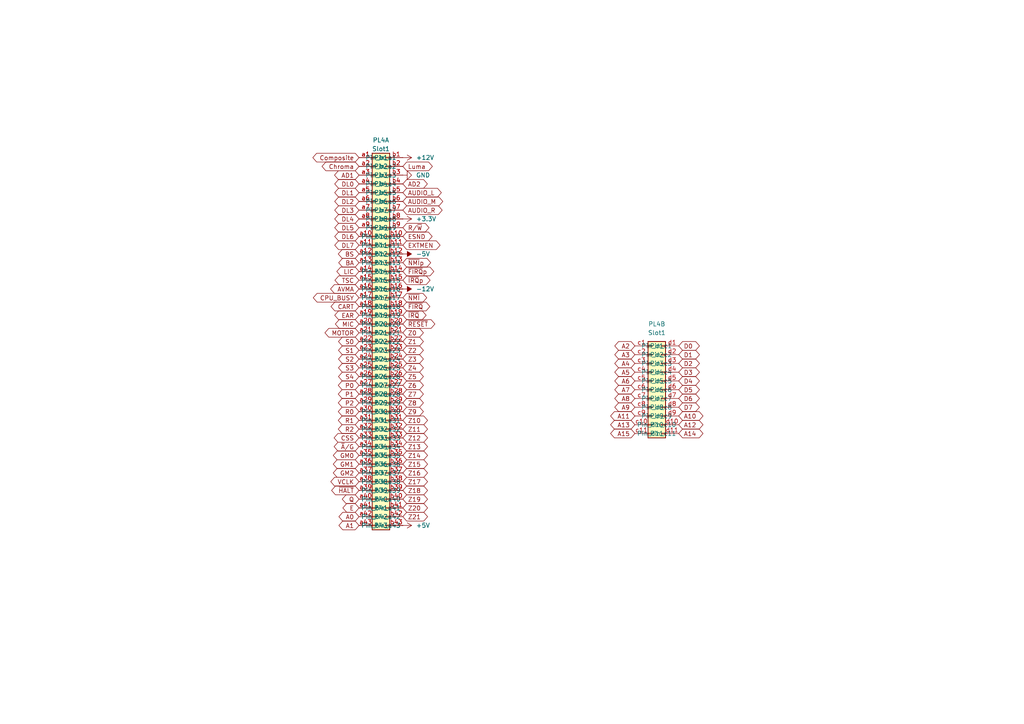
<source format=kicad_sch>
(kicad_sch (version 20231120) (generator "eeschema") (generator_version "8.0")
  (paper "A4")
  (lib_symbols
    (symbol "Card_Edge_1"
      (property "Reference" "PL" (at 0 -0.254 0))
      (symbol "Card_Edge_1_1_1"
        (pin passive line (at -6.35 53.34 0) (length 3.81) (name "Pin_a1") (number "a1"))
        (pin passive line (at -6.35 30.48 0) (length 3.81) (name "Pin_a10") (number "a10"))
        (pin passive line (at -6.35 27.94 0) (length 3.81) (name "Pin_a11") (number "a11"))
        (pin passive line (at -6.35 25.4 0) (length 3.81) (name "Pin_a12") (number "a12"))
        (pin passive line (at -6.35 22.86 0) (length 3.81) (name "Pin_a13") (number "a13"))
        (pin passive line (at -6.35 20.32 0) (length 3.81) (name "Pin_a14") (number "a14"))
        (pin passive line (at -6.35 17.78 0) (length 3.81) (name "Pin_a15") (number "a15"))
        (pin passive line (at -6.35 15.24 0) (length 3.81) (name "Pin_a16") (number "a16"))
        (pin passive line (at -6.35 12.7 0) (length 3.81) (name "Pin_a17") (number "a17"))
        (pin passive line (at -6.35 10.16 0) (length 3.81) (name "Pin_a18") (number "a18"))
        (pin passive line (at -6.35 7.62 0) (length 3.81) (name "Pin_a19") (number "a19"))
        (pin passive line (at -6.35 50.8 0) (length 3.81) (name "Pin_a2") (number "a2"))
        (pin passive line (at -6.35 5.08 0) (length 3.81) (name "Pin_a20") (number "a20"))
        (pin passive line (at -6.35 2.54 0) (length 3.81) (name "Pin_a21") (number "a21"))
        (pin passive line (at -6.35 0 0) (length 3.81) (name "Pin_a22") (number "a22"))
        (pin passive line (at -6.35 -2.54 0) (length 3.81) (name "Pin_a23") (number "a23"))
        (pin passive line (at -6.35 -5.08 0) (length 3.81) (name "Pin_a24") (number "a24"))
        (pin passive line (at -6.35 -7.62 0) (length 3.81) (name "Pin_a25") (number "a25"))
        (pin passive line (at -6.35 -10.16 0) (length 3.81) (name "Pin_a26") (number "a26"))
        (pin passive line (at -6.35 -12.7 0) (length 3.81) (name "Pin_a27") (number "a27"))
        (pin passive line (at -6.35 -15.24 0) (length 3.81) (name "Pin_a28") (number "a28"))
        (pin passive line (at -6.35 -17.78 0) (length 3.81) (name "Pin_a29") (number "a29"))
        (pin passive line (at -6.35 48.26 0) (length 3.81) (name "Pin_a3") (number "a3"))
        (pin passive line (at -6.35 -20.32 0) (length 3.81) (name "Pin_a30") (number "a30"))
        (pin passive line (at -6.35 -22.86 0) (length 3.81) (name "Pin_a31") (number "a31"))
        (pin passive line (at -6.35 -25.4 0) (length 3.81) (name "Pin_a32") (number "a32"))
        (pin passive line (at -6.35 -27.94 0) (length 3.81) (name "Pin_a33") (number "a33"))
        (pin passive line (at -6.35 -30.48 0) (length 3.81) (name "Pin_a34") (number "a34"))
        (pin passive line (at -6.35 -33.02 0) (length 3.81) (name "Pin_a35") (number "a35"))
        (pin passive line (at -6.35 -35.56 0) (length 3.81) (name "Pin_a36") (number "a36"))
        (pin passive line (at -6.35 -38.1 0) (length 3.81) (name "Pin_a37") (number "a37"))
        (pin passive line (at -6.35 -40.64 0) (length 3.81) (name "Pin_a38") (number "a38"))
        (pin passive line (at -6.35 -43.18 0) (length 3.81) (name "Pin_a39") (number "a39"))
        (pin passive line (at -6.35 45.72 0) (length 3.81) (name "Pin_a4") (number "a4"))
        (pin passive line (at -6.35 -45.72 0) (length 3.81) (name "Pin_a40") (number "a40"))
        (pin passive line (at -6.35 -48.26 0) (length 3.81) (name "Pin_a41") (number "a41"))
        (pin passive line (at -6.35 -50.8 0) (length 3.81) (name "Pin_a42") (number "a42"))
        (pin passive line (at -6.35 -53.34 0) (length 3.81) (name "Pin_a43") (number "a43"))
        (pin passive line (at -6.35 43.18 0) (length 3.81) (name "Pin_a5") (number "a5"))
        (pin passive line (at -6.35 40.64 0) (length 3.81) (name "Pin_a6") (number "a6"))
        (pin passive line (at -6.35 38.1 0) (length 3.81) (name "Pin_a7") (number "a7"))
        (pin passive line (at -6.35 35.56 0) (length 3.81) (name "Pin_a8") (number "a8"))
        (pin passive line (at -6.35 33.02 0) (length 3.81) (name "Pin_a9") (number "a9"))
        (pin passive line (at 6.35 53.34 180) (length 3.81) (name "Pin_b1") (number "b1"))
        (pin passive line (at 6.35 30.48 180) (length 3.81) (name "Pin_b10") (number "b10"))
        (pin passive line (at 6.35 27.94 180) (length 3.81) (name "Pin_b11") (number "b11"))
        (pin passive line (at 6.35 25.4 180) (length 3.81) (name "Pin_b12") (number "b12"))
        (pin passive line (at 6.35 22.86 180) (length 3.81) (name "Pin_b13") (number "b13"))
        (pin passive line (at 6.35 20.32 180) (length 3.81) (name "Pin_b14") (number "b14"))
        (pin passive line (at 6.35 17.78 180) (length 3.81) (name "Pin_b15") (number "b15"))
        (pin passive line (at 6.35 15.24 180) (length 3.81) (name "Pin_b16") (number "b16"))
        (pin passive line (at 6.35 12.7 180) (length 3.81) (name "Pin_b17") (number "b17"))
        (pin passive line (at 6.35 10.16 180) (length 3.81) (name "Pin_b18") (number "b18"))
        (pin passive line (at 6.35 7.62 180) (length 3.81) (name "Pin_b19") (number "b19"))
        (pin passive line (at 6.35 50.8 180) (length 3.81) (name "Pin_b2") (number "b2"))
        (pin passive line (at 6.35 5.08 180) (length 3.81) (name "Pin_b20") (number "b20"))
        (pin passive line (at 6.35 2.54 180) (length 3.81) (name "Pin_b21") (number "b21"))
        (pin passive line (at 6.35 0 180) (length 3.81) (name "Pin_b22") (number "b22"))
        (pin passive line (at 6.35 -2.54 180) (length 3.81) (name "Pin_b23") (number "b23"))
        (pin passive line (at 6.35 -5.08 180) (length 3.81) (name "Pin_b24") (number "b24"))
        (pin passive line (at 6.35 -7.62 180) (length 3.81) (name "Pin_b25") (number "b25"))
        (pin passive line (at 6.35 -10.16 180) (length 3.81) (name "Pin_b26") (number "b26"))
        (pin passive line (at 6.35 -12.7 180) (length 3.81) (name "Pin_b27") (number "b27"))
        (pin passive line (at 6.35 -15.24 180) (length 3.81) (name "Pin_b28") (number "b28"))
        (pin passive line (at 6.35 -17.78 180) (length 3.81) (name "Pin_b29") (number "b29"))
        (pin passive line (at 6.35 48.26 180) (length 3.81) (name "Pin_b3") (number "b3"))
        (pin passive line (at 6.35 -20.32 180) (length 3.81) (name "Pin_b30") (number "b30"))
        (pin passive line (at 6.35 -22.86 180) (length 3.81) (name "Pin_b31") (number "b31"))
        (pin passive line (at 6.35 -25.4 180) (length 3.81) (name "Pin_b32") (number "b32"))
        (pin passive line (at 6.35 -27.94 180) (length 3.81) (name "Pin_b33") (number "b33"))
        (pin passive line (at 6.35 -30.48 180) (length 3.81) (name "Pin_b34") (number "b34"))
        (pin passive line (at 6.35 -33.02 180) (length 3.81) (name "Pin_b35") (number "b35"))
        (pin passive line (at 6.35 -35.56 180) (length 3.81) (name "Pin_b36") (number "b36"))
        (pin passive line (at 6.35 -38.1 180) (length 3.81) (name "Pin_b37") (number "b37"))
        (pin passive line (at 6.35 -40.64 180) (length 3.81) (name "Pin_b38") (number "b38"))
        (pin passive line (at 6.35 -43.18 180) (length 3.81) (name "Pin_b39") (number "b39"))
        (pin passive line (at 6.35 45.72 180) (length 3.81) (name "Pin_b4") (number "b4"))
        (pin passive line (at 6.35 -45.72 180) (length 3.81) (name "Pin_b40") (number "b40"))
        (pin passive line (at 6.35 -48.26 180) (length 3.81) (name "Pin_b41") (number "b41"))
        (pin passive line (at 6.35 -50.8 180) (length 3.81) (name "Pin_b42") (number "b42"))
        (pin passive line (at 6.35 -53.34 180) (length 3.81) (name "Pin_b43") (number "b43"))
        (pin passive line (at 6.35 43.18 180) (length 3.81) (name "Pin_b5") (number "b5"))
        (pin passive line (at 6.35 40.64 180) (length 3.81) (name "Pin_b6") (number "b6"))
        (pin passive line (at 6.35 38.1 180) (length 3.81) (name "Pin_b7") (number "b7"))
        (pin passive line (at 6.35 35.56 180) (length 3.81) (name "Pin_b8") (number "b8"))
        (pin passive line (at 6.35 33.02 180) (length 3.81) (name "Pin_b9") (number "b9"))
      )
      (symbol "Card_Edge_1_2_1"
        (pin passive line (at -6.35 12.7 0) (length 3.81) (name "Pin_c1") (number "c1"))
        (pin passive line (at -6.35 -10.16 0) (length 3.81) (name "Pin_c10") (number "c10"))
        (pin passive line (at -6.35 -12.7 0) (length 3.81) (name "Pin_c11") (number "c11"))
        (pin passive line (at -6.35 10.16 0) (length 3.81) (name "Pin_c2") (number "c2"))
        (pin passive line (at -6.35 7.62 0) (length 3.81) (name "Pin_c3") (number "c3"))
        (pin passive line (at -6.35 5.08 0) (length 3.81) (name "Pin_c4") (number "c4"))
        (pin passive line (at -6.35 2.54 0) (length 3.81) (name "Pin_c5") (number "c5"))
        (pin passive line (at -6.35 0 0) (length 3.81) (name "Pin_c6") (number "c6"))
        (pin passive line (at -6.35 -2.54 0) (length 3.81) (name "Pin_c7") (number "c7"))
        (pin passive line (at -6.35 -5.08 0) (length 3.81) (name "Pin_c8") (number "c8"))
        (pin passive line (at -6.35 -7.62 0) (length 3.81) (name "Pin_c9") (number "c9"))
        (pin passive line (at 6.35 12.7 180) (length 3.81) (name "Pin_d1") (number "d1"))
        (pin passive line (at 6.35 -10.16 180) (length 3.81) (name "Pin_d10") (number "d10"))
        (pin passive line (at 6.35 -12.7 180) (length 3.81) (name "Pin_d11") (number "d11"))
        (pin passive line (at 6.35 10.16 180) (length 3.81) (name "Pin_d2") (number "d2"))
        (pin passive line (at 6.35 7.62 180) (length 3.81) (name "Pin_d3") (number "d3"))
        (pin passive line (at 6.35 5.08 180) (length 3.81) (name "Pin_d4") (number "d4"))
        (pin passive line (at 6.35 2.54 180) (length 3.81) (name "Pin_d5") (number "d5"))
        (pin passive line (at 6.35 0 180) (length 3.81) (name "Pin_d6") (number "d6"))
        (pin passive line (at 6.35 -2.54 180) (length 3.81) (name "Pin_d7") (number "d7"))
        (pin passive line (at 6.35 -5.08 180) (length 3.81) (name "Pin_d8") (number "d8"))
        (pin passive line (at 6.35 -7.62 180) (length 3.81) (name "Pin_d9") (number "d9"))
      )
    )
    (symbol "Library:Card_Edge"
      (property "Reference" "PL" (at 0 -0.254 0))
      (symbol "Card_Edge_1_1"
        (pin passive line (at -6.35 53.34 0) (length 3.81) (name "Pin_a1") (number "a1"))
        (pin passive line (at -6.35 30.48 0) (length 3.81) (name "Pin_a10") (number "a10"))
        (pin passive line (at -6.35 27.94 0) (length 3.81) (name "Pin_a11") (number "a11"))
        (pin passive line (at -6.35 25.4 0) (length 3.81) (name "Pin_a12") (number "a12"))
        (pin passive line (at -6.35 22.86 0) (length 3.81) (name "Pin_a13") (number "a13"))
        (pin passive line (at -6.35 20.32 0) (length 3.81) (name "Pin_a14") (number "a14"))
        (pin passive line (at -6.35 17.78 0) (length 3.81) (name "Pin_a15") (number "a15"))
        (pin passive line (at -6.35 15.24 0) (length 3.81) (name "Pin_a16") (number "a16"))
        (pin passive line (at -6.35 12.7 0) (length 3.81) (name "Pin_a17") (number "a17"))
        (pin passive line (at -6.35 10.16 0) (length 3.81) (name "Pin_a18") (number "a18"))
        (pin passive line (at -6.35 7.62 0) (length 3.81) (name "Pin_a19") (number "a19"))
        (pin passive line (at -6.35 50.8 0) (length 3.81) (name "Pin_a2") (number "a2"))
        (pin passive line (at -6.35 5.08 0) (length 3.81) (name "Pin_a20") (number "a20"))
        (pin passive line (at -6.35 2.54 0) (length 3.81) (name "Pin_a21") (number "a21"))
        (pin passive line (at -6.35 0 0) (length 3.81) (name "Pin_a22") (number "a22"))
        (pin passive line (at -6.35 -2.54 0) (length 3.81) (name "Pin_a23") (number "a23"))
        (pin passive line (at -6.35 -5.08 0) (length 3.81) (name "Pin_a24") (number "a24"))
        (pin passive line (at -6.35 -7.62 0) (length 3.81) (name "Pin_a25") (number "a25"))
        (pin passive line (at -6.35 -10.16 0) (length 3.81) (name "Pin_a26") (number "a26"))
        (pin passive line (at -6.35 -12.7 0) (length 3.81) (name "Pin_a27") (number "a27"))
        (pin passive line (at -6.35 -15.24 0) (length 3.81) (name "Pin_a28") (number "a28"))
        (pin passive line (at -6.35 -17.78 0) (length 3.81) (name "Pin_a29") (number "a29"))
        (pin passive line (at -6.35 48.26 0) (length 3.81) (name "Pin_a3") (number "a3"))
        (pin passive line (at -6.35 -20.32 0) (length 3.81) (name "Pin_a30") (number "a30"))
        (pin passive line (at -6.35 -22.86 0) (length 3.81) (name "Pin_a31") (number "a31"))
        (pin passive line (at -6.35 -25.4 0) (length 3.81) (name "Pin_a32") (number "a32"))
        (pin passive line (at -6.35 -27.94 0) (length 3.81) (name "Pin_a33") (number "a33"))
        (pin passive line (at -6.35 -30.48 0) (length 3.81) (name "Pin_a34") (number "a34"))
        (pin passive line (at -6.35 -33.02 0) (length 3.81) (name "Pin_a35") (number "a35"))
        (pin passive line (at -6.35 -35.56 0) (length 3.81) (name "Pin_a36") (number "a36"))
        (pin passive line (at -6.35 -38.1 0) (length 3.81) (name "Pin_a37") (number "a37"))
        (pin passive line (at -6.35 -40.64 0) (length 3.81) (name "Pin_a38") (number "a38"))
        (pin passive line (at -6.35 -43.18 0) (length 3.81) (name "Pin_a39") (number "a39"))
        (pin passive line (at -6.35 45.72 0) (length 3.81) (name "Pin_a4") (number "a4"))
        (pin passive line (at -6.35 -45.72 0) (length 3.81) (name "Pin_a40") (number "a40"))
        (pin passive line (at -6.35 -48.26 0) (length 3.81) (name "Pin_a41") (number "a41"))
        (pin passive line (at -6.35 -50.8 0) (length 3.81) (name "Pin_a42") (number "a42"))
        (pin passive line (at -6.35 -53.34 0) (length 3.81) (name "Pin_a43") (number "a43"))
        (pin passive line (at -6.35 43.18 0) (length 3.81) (name "Pin_a5") (number "a5"))
        (pin passive line (at -6.35 40.64 0) (length 3.81) (name "Pin_a6") (number "a6"))
        (pin passive line (at -6.35 38.1 0) (length 3.81) (name "Pin_a7") (number "a7"))
        (pin passive line (at -6.35 35.56 0) (length 3.81) (name "Pin_a8") (number "a8"))
        (pin passive line (at -6.35 33.02 0) (length 3.81) (name "Pin_a9") (number "a9"))
        (pin passive line (at 6.35 53.34 180) (length 3.81) (name "Pin_b1") (number "b1"))
        (pin passive line (at 6.35 30.48 180) (length 3.81) (name "Pin_b10") (number "b10"))
        (pin passive line (at 6.35 27.94 180) (length 3.81) (name "Pin_b11") (number "b11"))
        (pin passive line (at 6.35 25.4 180) (length 3.81) (name "Pin_b12") (number "b12"))
        (pin passive line (at 6.35 22.86 180) (length 3.81) (name "Pin_b13") (number "b13"))
        (pin passive line (at 6.35 20.32 180) (length 3.81) (name "Pin_b14") (number "b14"))
        (pin passive line (at 6.35 17.78 180) (length 3.81) (name "Pin_b15") (number "b15"))
        (pin passive line (at 6.35 15.24 180) (length 3.81) (name "Pin_b16") (number "b16"))
        (pin passive line (at 6.35 12.7 180) (length 3.81) (name "Pin_b17") (number "b17"))
        (pin passive line (at 6.35 10.16 180) (length 3.81) (name "Pin_b18") (number "b18"))
        (pin passive line (at 6.35 7.62 180) (length 3.81) (name "Pin_b19") (number "b19"))
        (pin passive line (at 6.35 50.8 180) (length 3.81) (name "Pin_b2") (number "b2"))
        (pin passive line (at 6.35 5.08 180) (length 3.81) (name "Pin_b20") (number "b20"))
        (pin passive line (at 6.35 2.54 180) (length 3.81) (name "Pin_b21") (number "b21"))
        (pin passive line (at 6.35 0 180) (length 3.81) (name "Pin_b22") (number "b22"))
        (pin passive line (at 6.35 -2.54 180) (length 3.81) (name "Pin_b23") (number "b23"))
        (pin passive line (at 6.35 -5.08 180) (length 3.81) (name "Pin_b24") (number "b24"))
        (pin passive line (at 6.35 -7.62 180) (length 3.81) (name "Pin_b25") (number "b25"))
        (pin passive line (at 6.35 -10.16 180) (length 3.81) (name "Pin_b26") (number "b26"))
        (pin passive line (at 6.35 -12.7 180) (length 3.81) (name "Pin_b27") (number "b27"))
        (pin passive line (at 6.35 -15.24 180) (length 3.81) (name "Pin_b28") (number "b28"))
        (pin passive line (at 6.35 -17.78 180) (length 3.81) (name "Pin_b29") (number "b29"))
        (pin passive line (at 6.35 48.26 180) (length 3.81) (name "Pin_b3") (number "b3"))
        (pin passive line (at 6.35 -20.32 180) (length 3.81) (name "Pin_b30") (number "b30"))
        (pin passive line (at 6.35 -22.86 180) (length 3.81) (name "Pin_b31") (number "b31"))
        (pin passive line (at 6.35 -25.4 180) (length 3.81) (name "Pin_b32") (number "b32"))
        (pin passive line (at 6.35 -27.94 180) (length 3.81) (name "Pin_b33") (number "b33"))
        (pin passive line (at 6.35 -30.48 180) (length 3.81) (name "Pin_b34") (number "b34"))
        (pin passive line (at 6.35 -33.02 180) (length 3.81) (name "Pin_b35") (number "b35"))
        (pin passive line (at 6.35 -35.56 180) (length 3.81) (name "Pin_b36") (number "b36"))
        (pin passive line (at 6.35 -38.1 180) (length 3.81) (name "Pin_b37") (number "b37"))
        (pin passive line (at 6.35 -40.64 180) (length 3.81) (name "Pin_b38") (number "b38"))
        (pin passive line (at 6.35 -43.18 180) (length 3.81) (name "Pin_b39") (number "b39"))
        (pin passive line (at 6.35 45.72 180) (length 3.81) (name "Pin_b4") (number "b4"))
        (pin passive line (at 6.35 -45.72 180) (length 3.81) (name "Pin_b40") (number "b40"))
        (pin passive line (at 6.35 -48.26 180) (length 3.81) (name "Pin_b41") (number "b41"))
        (pin passive line (at 6.35 -50.8 180) (length 3.81) (name "Pin_b42") (number "b42"))
        (pin passive line (at 6.35 -53.34 180) (length 3.81) (name "Pin_b43") (number "b43"))
        (pin passive line (at 6.35 43.18 180) (length 3.81) (name "Pin_b5") (number "b5"))
        (pin passive line (at 6.35 40.64 180) (length 3.81) (name "Pin_b6") (number "b6"))
        (pin passive line (at 6.35 38.1 180) (length 3.81) (name "Pin_b7") (number "b7"))
        (pin passive line (at 6.35 35.56 180) (length 3.81) (name "Pin_b8") (number "b8"))
        (pin passive line (at 6.35 33.02 180) (length 3.81) (name "Pin_b9") (number "b9"))
      )
      (symbol "Card_Edge_2_1"
        (pin passive line (at -6.35 36.83 0) (length 3.81) (name "Pin_c1") (number "c1"))
        (pin passive line (at -6.35 13.97 0) (length 3.81) (name "Pin_c10") (number "c10"))
        (pin passive line (at -6.35 11.43 0) (length 3.81) (name "Pin_c11") (number "c11"))
        (pin passive line (at -6.35 8.89 0) (length 3.81) (name "Pin_c12") (number "c12"))
        (pin passive line (at -6.35 6.35 0) (length 3.81) (name "Pin_c13") (number "c13"))
        (pin passive line (at -6.35 3.81 0) (length 3.81) (name "Pin_c14") (number "c14"))
        (pin passive line (at -6.35 1.27 0) (length 3.81) (name "Pin_c15") (number "c15"))
        (pin passive line (at -6.35 -1.27 0) (length 3.81) (name "Pin_c16") (number "c16"))
        (pin passive line (at -6.35 -3.81 0) (length 3.81) (name "Pin_c17") (number "c17"))
        (pin passive line (at -6.35 -6.35 0) (length 3.81) (name "Pin_c18") (number "c18"))
        (pin passive line (at -6.35 -8.89 0) (length 3.81) (name "Pin_c19") (number "c19"))
        (pin passive line (at -6.35 34.29 0) (length 3.81) (name "Pin_c2") (number "c2"))
        (pin passive line (at -6.35 -11.43 0) (length 3.81) (name "Pin_c20") (number "c20"))
        (pin passive line (at -6.35 -13.97 0) (length 3.81) (name "Pin_c21") (number "c21"))
        (pin passive line (at -6.35 -16.51 0) (length 3.81) (name "Pin_c22") (number "c22"))
        (pin passive line (at -6.35 -19.05 0) (length 3.81) (name "Pin_c23") (number "c23"))
        (pin passive line (at -6.35 -21.59 0) (length 3.81) (name "Pin_c24") (number "c24"))
        (pin passive line (at -6.35 -24.13 0) (length 3.81) (name "Pin_c25") (number "c25"))
        (pin passive line (at -6.35 -26.67 0) (length 3.81) (name "Pin_c26") (number "c26"))
        (pin passive line (at -6.35 -29.21 0) (length 3.81) (name "Pin_c27") (number "c27"))
        (pin passive line (at -6.35 -31.75 0) (length 3.81) (name "Pin_c28") (number "c28"))
        (pin passive line (at -6.35 -34.29 0) (length 3.81) (name "Pin_c29") (number "c29"))
        (pin passive line (at -6.35 31.75 0) (length 3.81) (name "Pin_c3") (number "c3"))
        (pin passive line (at -6.35 -36.83 0) (length 3.81) (name "Pin_c30") (number "c30"))
        (pin passive line (at -6.35 29.21 0) (length 3.81) (name "Pin_c4") (number "c4"))
        (pin passive line (at -6.35 26.67 0) (length 3.81) (name "Pin_c5") (number "c5"))
        (pin passive line (at -6.35 24.13 0) (length 3.81) (name "Pin_c6") (number "c6"))
        (pin passive line (at -6.35 21.59 0) (length 3.81) (name "Pin_c7") (number "c7"))
        (pin passive line (at -6.35 19.05 0) (length 3.81) (name "Pin_c8") (number "c8"))
        (pin passive line (at -6.35 16.51 0) (length 3.81) (name "Pin_c9") (number "c9"))
        (pin passive line (at 6.35 36.83 180) (length 3.81) (name "Pin_d1") (number "d1"))
        (pin passive line (at 6.35 13.97 180) (length 3.81) (name "Pin_d10") (number "d10"))
        (pin passive line (at 6.35 11.43 180) (length 3.81) (name "Pin_d11") (number "d11"))
        (pin passive line (at 6.35 8.89 180) (length 3.81) (name "Pin_d12") (number "d12"))
        (pin passive line (at 6.35 6.35 180) (length 3.81) (name "Pin_d13") (number "d13"))
        (pin passive line (at 6.35 3.81 180) (length 3.81) (name "Pin_d14") (number "d14"))
        (pin passive line (at 6.35 1.27 180) (length 3.81) (name "Pin_d15") (number "d15"))
        (pin passive line (at 6.35 -1.27 180) (length 3.81) (name "Pin_d16") (number "d16"))
        (pin passive line (at 6.35 -3.81 180) (length 3.81) (name "Pin_d17") (number "d17"))
        (pin passive line (at 6.35 -6.35 180) (length 3.81) (name "Pin_d18") (number "d18"))
        (pin passive line (at 6.35 -8.89 180) (length 3.81) (name "Pin_d19") (number "d19"))
        (pin passive line (at 6.35 34.29 180) (length 3.81) (name "Pin_d2") (number "d2"))
        (pin passive line (at 6.35 -11.43 180) (length 3.81) (name "Pin_d20") (number "d20"))
        (pin passive line (at 6.35 -13.97 180) (length 3.81) (name "Pin_d21") (number "d21"))
        (pin passive line (at 6.35 -16.51 180) (length 3.81) (name "Pin_d22") (number "d22"))
        (pin passive line (at 6.35 -19.05 180) (length 3.81) (name "Pin_d23") (number "d23"))
        (pin passive line (at 6.35 -21.59 180) (length 3.81) (name "Pin_d24") (number "d24"))
        (pin passive line (at 6.35 -24.13 180) (length 3.81) (name "Pin_d25") (number "d25"))
        (pin passive line (at 6.35 -26.67 180) (length 3.81) (name "Pin_d26") (number "d26"))
        (pin passive line (at 6.35 -29.21 180) (length 3.81) (name "Pin_d27") (number "d27"))
        (pin passive line (at 6.35 -31.75 180) (length 3.81) (name "Pin_d28") (number "d28"))
        (pin passive line (at 6.35 -34.29 180) (length 3.81) (name "Pin_d29") (number "d29"))
        (pin passive line (at 6.35 31.75 180) (length 3.81) (name "Pin_d3") (number "d3"))
        (pin passive line (at 6.35 -36.83 180) (length 3.81) (name "Pin_d30") (number "d30"))
        (pin passive line (at 6.35 29.21 180) (length 3.81) (name "Pin_d4") (number "d4"))
        (pin passive line (at 6.35 26.67 180) (length 3.81) (name "Pin_d5") (number "d5"))
        (pin passive line (at 6.35 24.13 180) (length 3.81) (name "Pin_d6") (number "d6"))
        (pin passive line (at 6.35 21.59 180) (length 3.81) (name "Pin_d7") (number "d7"))
        (pin passive line (at 6.35 19.05 180) (length 3.81) (name "Pin_d8") (number "d8"))
        (pin passive line (at 6.35 16.51 180) (length 3.81) (name "Pin_d9") (number "d9"))
      )
    )
    (symbol "power:+12V" (power) (pin_numbers hide) (pin_names (offset 0) hide)
      (property "Value" "+12V" (at 0 3.556 0))
      (symbol "+12V_1_1"
        (pin power_in line (at 0 0 90) (length 0) (name "~") (number "1"))
      )
    )
    (symbol "power:+3.3V" (power) (pin_numbers hide) (pin_names (offset 0) hide)
      (property "Value" "+3.3V" (at 0 3.556 0))
      (symbol "+3.3V_1_1"
        (pin power_in line (at 0 0 90) (length 0) (name "~") (number "1"))
      )
    )
    (symbol "power:+5V" (power) (pin_numbers hide) (pin_names (offset 0) hide)
      (property "Value" "+5V" (at 0 3.556 0))
      (symbol "+5V_1_1"
        (pin power_in line (at 0 0 90) (length 0) (name "~") (number "1"))
      )
    )
    (symbol "power:-12V" (power) (pin_numbers hide) (pin_names (offset 0) hide)
      (property "Value" "-12V" (at 0 3.556 0))
      (symbol "-12V_0_0"
        (pin power_in line (at 0 0 90) (length 0) (name "~") (number "1"))
      )
    )
    (symbol "power:-5V" (power) (pin_numbers hide) (pin_names (offset 0) hide)
      (property "Value" "-5V" (at 0 3.556 0))
      (symbol "-5V_0_0"
        (pin power_in line (at 0 0 90) (length 0) (name "~") (number "1"))
      )
    )
    (symbol "power:GND" (power) (pin_numbers hide) (pin_names (offset 0) hide)
      (property "Value" "GND" (at 0 -3.81 0))
      (symbol "GND_1_1"
        (pin power_in line (at 0 0 270) (length 0) (name "~") (number "1"))
      )
    )
  )
  (global_label "Composite" (shape bidirectional) (at 104.14 45.72 180) (property "Intersheetrefs" "${INTERSHEET_REFS}" (effects (hide yes))))
  (global_label "Z2" (shape bidirectional) (at 116.84 101.6 0) (property "Intersheetrefs" "${INTERSHEET_REFS}" (effects (hide yes))))
  (global_label "~{RESET}" (shape bidirectional) (at 116.84 93.98 0) (property "Intersheetrefs" "${INTERSHEET_REFS}" (effects (hide yes))))
  (global_label "D1" (shape bidirectional) (at 196.85 102.87 0) (property "Intersheetrefs" "${INTERSHEET_REFS}" (effects (hide yes))))
  (global_label "R1" (shape bidirectional) (at 104.14 121.92 180) (property "Intersheetrefs" "${INTERSHEET_REFS}" (effects (hide yes))))
  (global_label "DL7" (shape bidirectional) (at 104.14 71.12 180) (property "Intersheetrefs" "${INTERSHEET_REFS}" (effects (hide yes))))
  (global_label "A5" (shape bidirectional) (at 184.15 107.95 180) (property "Intersheetrefs" "${INTERSHEET_REFS}" (effects (hide yes))))
  (global_label "Z15" (shape bidirectional) (at 116.84 134.62 0) (property "Intersheetrefs" "${INTERSHEET_REFS}" (effects (hide yes))))
  (global_label "AUDIO_M" (shape bidirectional) (at 116.84 58.42 0) (property "Intersheetrefs" "${INTERSHEET_REFS}" (effects (hide yes))))
  (global_label "A2" (shape bidirectional) (at 184.15 100.33 180) (property "Intersheetrefs" "${INTERSHEET_REFS}" (effects (hide yes))))
  (global_label "Z16" (shape bidirectional) (at 116.84 137.16 0) (property "Intersheetrefs" "${INTERSHEET_REFS}" (effects (hide yes))))
  (global_label "Z3" (shape bidirectional) (at 116.84 104.14 0) (property "Intersheetrefs" "${INTERSHEET_REFS}" (effects (hide yes))))
  (global_label "S1" (shape bidirectional) (at 104.14 101.6 180) (property "Intersheetrefs" "${INTERSHEET_REFS}" (effects (hide yes))))
  (global_label "S0" (shape bidirectional) (at 104.14 99.06 180) (property "Intersheetrefs" "${INTERSHEET_REFS}" (effects (hide yes))))
  (global_label "~{A}{slash}G" (shape bidirectional) (at 104.14 129.54 180) (property "Intersheetrefs" "${INTERSHEET_REFS}" (effects (hide yes))))
  (global_label "E" (shape bidirectional) (at 104.14 147.32 180) (property "Intersheetrefs" "${INTERSHEET_REFS}" (effects (hide yes))))
  (global_label "EAR" (shape bidirectional) (at 104.14 91.44 180) (property "Intersheetrefs" "${INTERSHEET_REFS}" (effects (hide yes))))
  (global_label "EXTMEN" (shape bidirectional) (at 116.84 71.12 0) (property "Intersheetrefs" "${INTERSHEET_REFS}" (effects (hide yes))))
  (global_label "~{NMI}" (shape bidirectional) (at 116.84 86.36 0) (property "Intersheetrefs" "${INTERSHEET_REFS}" (effects (hide yes))))
  (global_label "A4" (shape bidirectional) (at 184.15 105.41 180) (property "Intersheetrefs" "${INTERSHEET_REFS}" (effects (hide yes))))
  (global_label "A15" (shape bidirectional) (at 184.15 125.73 180) (property "Intersheetrefs" "${INTERSHEET_REFS}" (effects (hide yes))))
  (global_label "R2" (shape bidirectional) (at 104.14 124.46 180) (property "Intersheetrefs" "${INTERSHEET_REFS}" (effects (hide yes))))
  (global_label "A1" (shape bidirectional) (at 104.14 152.4 180) (property "Intersheetrefs" "${INTERSHEET_REFS}" (effects (hide yes))))
  (global_label "DL3" (shape bidirectional) (at 104.14 60.96 180) (property "Intersheetrefs" "${INTERSHEET_REFS}" (effects (hide yes))))
  (global_label "A10" (shape bidirectional) (at 196.85 120.65 0) (property "Intersheetrefs" "${INTERSHEET_REFS}" (effects (hide yes))))
  (global_label "Z21" (shape bidirectional) (at 116.84 149.86 0) (property "Intersheetrefs" "${INTERSHEET_REFS}" (effects (hide yes))))
  (global_label "~{FIRQ}" (shape bidirectional) (at 116.84 88.9 0) (property "Intersheetrefs" "${INTERSHEET_REFS}" (effects (hide yes))))
  (global_label "Z5" (shape bidirectional) (at 116.84 109.22 0) (property "Intersheetrefs" "${INTERSHEET_REFS}" (effects (hide yes))))
  (global_label "Z18" (shape bidirectional) (at 116.84 142.24 0) (property "Intersheetrefs" "${INTERSHEET_REFS}" (effects (hide yes))))
  (global_label "~{FIRQ}p" (shape bidirectional) (at 116.84 78.74 0) (property "Intersheetrefs" "${INTERSHEET_REFS}" (effects (hide yes))))
  (global_label "D5" (shape bidirectional) (at 196.85 113.03 0) (property "Intersheetrefs" "${INTERSHEET_REFS}" (effects (hide yes))))
  (global_label "D7" (shape bidirectional) (at 196.85 118.11 0) (property "Intersheetrefs" "${INTERSHEET_REFS}" (effects (hide yes))))
  (global_label "MOTOR" (shape bidirectional) (at 104.14 96.52 180) (property "Intersheetrefs" "${INTERSHEET_REFS}" (effects (hide yes))))
  (global_label "A8" (shape bidirectional) (at 184.15 115.57 180) (property "Intersheetrefs" "${INTERSHEET_REFS}" (effects (hide yes))))
  (global_label "D4" (shape bidirectional) (at 196.85 110.49 0) (property "Intersheetrefs" "${INTERSHEET_REFS}" (effects (hide yes))))
  (global_label "Z13" (shape bidirectional) (at 116.84 129.54 0) (property "Intersheetrefs" "${INTERSHEET_REFS}" (effects (hide yes))))
  (global_label "CPU_BUSY" (shape bidirectional) (at 104.14 86.36 180) (property "Intersheetrefs" "${INTERSHEET_REFS}" (effects (hide yes))))
  (global_label "Z1" (shape bidirectional) (at 116.84 99.06 0) (property "Intersheetrefs" "${INTERSHEET_REFS}" (effects (hide yes))))
  (global_label "~{IRQ}p" (shape bidirectional) (at 116.84 81.28 0) (property "Intersheetrefs" "${INTERSHEET_REFS}" (effects (hide yes))))
  (global_label "TSC" (shape bidirectional) (at 104.14 81.28 180) (property "Intersheetrefs" "${INTERSHEET_REFS}" (effects (hide yes))))
  (global_label "S3" (shape bidirectional) (at 104.14 106.68 180) (property "Intersheetrefs" "${INTERSHEET_REFS}" (effects (hide yes))))
  (global_label "A9" (shape bidirectional) (at 184.15 118.11 180) (property "Intersheetrefs" "${INTERSHEET_REFS}" (effects (hide yes))))
  (global_label "P0" (shape bidirectional) (at 104.14 111.76 180) (property "Intersheetrefs" "${INTERSHEET_REFS}" (effects (hide yes))))
  (global_label "Z6" (shape bidirectional) (at 116.84 111.76 0) (property "Intersheetrefs" "${INTERSHEET_REFS}" (effects (hide yes))))
  (global_label "P1" (shape bidirectional) (at 104.14 114.3 180) (property "Intersheetrefs" "${INTERSHEET_REFS}" (effects (hide yes))))
  (global_label "S4" (shape bidirectional) (at 104.14 109.22 180) (property "Intersheetrefs" "${INTERSHEET_REFS}" (effects (hide yes))))
  (global_label "CSS" (shape bidirectional) (at 104.14 127 180) (property "Intersheetrefs" "${INTERSHEET_REFS}" (effects (hide yes))))
  (global_label "Z19" (shape bidirectional) (at 116.84 144.78 0) (property "Intersheetrefs" "${INTERSHEET_REFS}" (effects (hide yes))))
  (global_label "~{HALT}" (shape bidirectional) (at 104.14 142.24 180) (property "Intersheetrefs" "${INTERSHEET_REFS}" (effects (hide yes))))
  (global_label "P2" (shape bidirectional) (at 104.14 116.84 180) (property "Intersheetrefs" "${INTERSHEET_REFS}" (effects (hide yes))))
  (global_label "R0" (shape bidirectional) (at 104.14 119.38 180) (property "Intersheetrefs" "${INTERSHEET_REFS}" (effects (hide yes))))
  (global_label "A6" (shape bidirectional) (at 184.15 110.49 180) (property "Intersheetrefs" "${INTERSHEET_REFS}" (effects (hide yes))))
  (global_label "Chroma" (shape bidirectional) (at 104.14 48.26 180) (property "Intersheetrefs" "${INTERSHEET_REFS}" (effects (hide yes))))
  (global_label "CART" (shape bidirectional) (at 104.14 88.9 180) (property "Intersheetrefs" "${INTERSHEET_REFS}" (effects (hide yes))))
  (global_label "A12" (shape bidirectional) (at 196.85 123.19 0) (property "Intersheetrefs" "${INTERSHEET_REFS}" (effects (hide yes))))
  (global_label "A0" (shape bidirectional) (at 104.14 149.86 180) (property "Intersheetrefs" "${INTERSHEET_REFS}" (effects (hide yes))))
  (global_label "~{IRQ}" (shape bidirectional) (at 116.84 91.44 0) (property "Intersheetrefs" "${INTERSHEET_REFS}" (effects (hide yes))))
  (global_label "AUDIO_L" (shape bidirectional) (at 116.84 55.88 0) (property "Intersheetrefs" "${INTERSHEET_REFS}" (effects (hide yes))))
  (global_label "DL2" (shape bidirectional) (at 104.14 58.42 180) (property "Intersheetrefs" "${INTERSHEET_REFS}" (effects (hide yes))))
  (global_label "~{NMI}p" (shape bidirectional) (at 116.84 76.2 0) (property "Intersheetrefs" "${INTERSHEET_REFS}" (effects (hide yes))))
  (global_label "AUDIO_R" (shape bidirectional) (at 116.84 60.96 0) (property "Intersheetrefs" "${INTERSHEET_REFS}" (effects (hide yes))))
  (global_label "LIC" (shape bidirectional) (at 104.14 78.74 180) (property "Intersheetrefs" "${INTERSHEET_REFS}" (effects (hide yes))))
  (global_label "D6" (shape bidirectional) (at 196.85 115.57 0) (property "Intersheetrefs" "${INTERSHEET_REFS}" (effects (hide yes))))
  (global_label "BA" (shape bidirectional) (at 104.14 76.2 180) (property "Intersheetrefs" "${INTERSHEET_REFS}" (effects (hide yes))))
  (global_label "DL5" (shape bidirectional) (at 104.14 66.04 180) (property "Intersheetrefs" "${INTERSHEET_REFS}" (effects (hide yes))))
  (global_label "DL1" (shape bidirectional) (at 104.14 55.88 180) (property "Intersheetrefs" "${INTERSHEET_REFS}" (effects (hide yes))))
  (global_label "Luma" (shape bidirectional) (at 116.84 48.26 0) (property "Intersheetrefs" "${INTERSHEET_REFS}" (effects (hide yes))))
  (global_label "VCLK" (shape bidirectional) (at 104.14 139.7 180) (property "Intersheetrefs" "${INTERSHEET_REFS}" (effects (hide yes))))
  (global_label "Z14" (shape bidirectional) (at 116.84 132.08 0) (property "Intersheetrefs" "${INTERSHEET_REFS}" (effects (hide yes))))
  (global_label "Q" (shape bidirectional) (at 104.14 144.78 180) (property "Intersheetrefs" "${INTERSHEET_REFS}" (effects (hide yes))))
  (global_label "AD1" (shape bidirectional) (at 104.14 50.8 180) (property "Intersheetrefs" "${INTERSHEET_REFS}" (effects (hide yes))))
  (global_label "ESND" (shape bidirectional) (at 116.84 68.58 0) (property "Intersheetrefs" "${INTERSHEET_REFS}" (effects (hide yes))))
  (global_label "D3" (shape bidirectional) (at 196.85 107.95 0) (property "Intersheetrefs" "${INTERSHEET_REFS}" (effects (hide yes))))
  (global_label "Z20" (shape bidirectional) (at 116.84 147.32 0) (property "Intersheetrefs" "${INTERSHEET_REFS}" (effects (hide yes))))
  (global_label "Z12" (shape bidirectional) (at 116.84 127 0) (property "Intersheetrefs" "${INTERSHEET_REFS}" (effects (hide yes))))
  (global_label "Z17" (shape bidirectional) (at 116.84 139.7 0) (property "Intersheetrefs" "${INTERSHEET_REFS}" (effects (hide yes))))
  (global_label "A13" (shape bidirectional) (at 184.15 123.19 180) (property "Intersheetrefs" "${INTERSHEET_REFS}" (effects (hide yes))))
  (global_label "A11" (shape bidirectional) (at 184.15 120.65 180) (property "Intersheetrefs" "${INTERSHEET_REFS}" (effects (hide yes))))
  (global_label "AD2" (shape bidirectional) (at 116.84 53.34 0) (property "Intersheetrefs" "${INTERSHEET_REFS}" (effects (hide yes))))
  (global_label "Z0" (shape bidirectional) (at 116.84 96.52 0) (property "Intersheetrefs" "${INTERSHEET_REFS}" (effects (hide yes))))
  (global_label "D0" (shape bidirectional) (at 196.85 100.33 0) (property "Intersheetrefs" "${INTERSHEET_REFS}" (effects (hide yes))))
  (global_label "Z9" (shape bidirectional) (at 116.84 119.38 0) (property "Intersheetrefs" "${INTERSHEET_REFS}" (effects (hide yes))))
  (global_label "DL0" (shape bidirectional) (at 104.14 53.34 180) (property "Intersheetrefs" "${INTERSHEET_REFS}" (effects (hide yes))))
  (global_label "AVMA" (shape bidirectional) (at 104.14 83.82 180) (property "Intersheetrefs" "${INTERSHEET_REFS}" (effects (hide yes))))
  (global_label "A3" (shape bidirectional) (at 184.15 102.87 180) (property "Intersheetrefs" "${INTERSHEET_REFS}" (effects (hide yes))))
  (global_label "Z4" (shape bidirectional) (at 116.84 106.68 0) (property "Intersheetrefs" "${INTERSHEET_REFS}" (effects (hide yes))))
  (global_label "S2" (shape bidirectional) (at 104.14 104.14 180) (property "Intersheetrefs" "${INTERSHEET_REFS}" (effects (hide yes))))
  (global_label "A14" (shape bidirectional) (at 196.85 125.73 0) (property "Intersheetrefs" "${INTERSHEET_REFS}" (effects (hide yes))))
  (global_label "BS" (shape bidirectional) (at 104.14 73.66 180) (property "Intersheetrefs" "${INTERSHEET_REFS}" (effects (hide yes))))
  (global_label "DL6" (shape bidirectional) (at 104.14 68.58 180) (property "Intersheetrefs" "${INTERSHEET_REFS}" (effects (hide yes))))
  (global_label "MIC" (shape bidirectional) (at 104.14 93.98 180) (property "Intersheetrefs" "${INTERSHEET_REFS}" (effects (hide yes))))
  (global_label "DL4" (shape bidirectional) (at 104.14 63.5 180) (property "Intersheetrefs" "${INTERSHEET_REFS}" (effects (hide yes))))
  (global_label "R{slash}~{W}" (shape bidirectional) (at 116.84 66.04 0) (property "Intersheetrefs" "${INTERSHEET_REFS}" (effects (hide yes))))
  (global_label "Z10" (shape bidirectional) (at 116.84 121.92 0) (property "Intersheetrefs" "${INTERSHEET_REFS}" (effects (hide yes))))
  (global_label "Z7" (shape bidirectional) (at 116.84 114.3 0) (property "Intersheetrefs" "${INTERSHEET_REFS}" (effects (hide yes))))
  (global_label "GM1" (shape bidirectional) (at 104.14 134.62 180) (property "Intersheetrefs" "${INTERSHEET_REFS}" (effects (hide yes))))
  (global_label "D2" (shape bidirectional) (at 196.85 105.41 0) (property "Intersheetrefs" "${INTERSHEET_REFS}" (effects (hide yes))))
  (global_label "GM2" (shape bidirectional) (at 104.14 137.16 180) (property "Intersheetrefs" "${INTERSHEET_REFS}" (effects (hide yes))))
  (global_label "Z11" (shape bidirectional) (at 116.84 124.46 0) (property "Intersheetrefs" "${INTERSHEET_REFS}" (effects (hide yes))))
  (global_label "Z8" (shape bidirectional) (at 116.84 116.84 0) (property "Intersheetrefs" "${INTERSHEET_REFS}" (effects (hide yes))))
  (global_label "A7" (shape bidirectional) (at 184.15 113.03 180) (property "Intersheetrefs" "${INTERSHEET_REFS}" (effects (hide yes))))
  (global_label "GM0" (shape bidirectional) (at 104.14 132.08 180) (property "Intersheetrefs" "${INTERSHEET_REFS}" (effects (hide yes))))
  (symbol (lib_id "power:+5V") (at 116.84 152.4 270) (unit 1)
    (property "Reference" "#PWR033" (effects (hide yes)))
    (property "Value" "+5V" (at 120.65 152.3999 90) (effects (justify left)))
    (property "Description" "Power symbol creates a global label with name \"+5V\"" (effects (hide yes)))
  )
  (symbol (lib_id "power:-5V") (at 116.84 73.66 270) (unit 1)
    (property "Reference" "#PWR016" (effects (hide yes)))
    (property "Value" "-5V" (at 120.65 73.6599 90) (effects (justify left)))
    (property "Description" "Power symbol creates a global label with name \"-5V\"" (effects (hide yes)))
  )
  (symbol (lib_name "Card_Edge_1") (lib_id "Library:Card_Edge") (at 190.5 113.03 0) (unit 2)
    (property "Reference" "PL4" (at 190.5 93.98 0))
    (property "Value" "Slot1" (at 190.5 96.52 0))
    (property "Footprint" "Library:Card_Edge" (effects (hide yes)))
  )
  (symbol (lib_id "power:-12V") (at 116.84 83.82 270) (unit 1)
    (property "Reference" "#PWR020" (effects (hide yes)))
    (property "Value" "-12V" (at 120.65 83.8199 90) (effects (justify left)))
    (property "Description" "Power symbol creates a global label with name \"-12V\"" (effects (hide yes)))
  )
  (symbol (lib_id "Library:Card_Edge") (at 110.49 99.06 0) (unit 1)
    (property "Reference" "PL4" (at 110.49 40.64 0))
    (property "Value" "Slot1" (at 110.49 43.18 0))
    (property "Footprint" "Library:Card_Edge" (effects (hide yes)))
  )
  (symbol (lib_id "power:GND") (at 116.84 50.8 90) (mirror x) (unit 1)
    (property "Reference" "#PWR013" (effects (hide yes)))
    (property "Value" "GND" (at 120.65 50.7999 90) (effects (justify right)))
    (property "Description" "Power symbol creates a global label with name \"GND\" , ground" (effects (hide yes)))
  )
  (symbol (lib_id "power:+12V") (at 116.84 45.72 270) (unit 1)
    (property "Reference" "#PWR014" (effects (hide yes)))
    (property "Value" "+12V" (at 120.65 45.7199 90) (effects (justify left)))
    (property "Description" "Power symbol creates a global label with name \"+12V\"" (effects (hide yes)))
  )
  (symbol (lib_id "power:+3.3V") (at 116.84 63.5 270) (unit 1)
    (property "Reference" "#PWR015" (effects (hide yes)))
    (property "Value" "+3.3V" (at 120.65 63.4999 90) (effects (justify left)))
    (property "Description" "Power symbol creates a global label with name \"+3.3V\"" (effects (hide yes)))
  )
)
</source>
